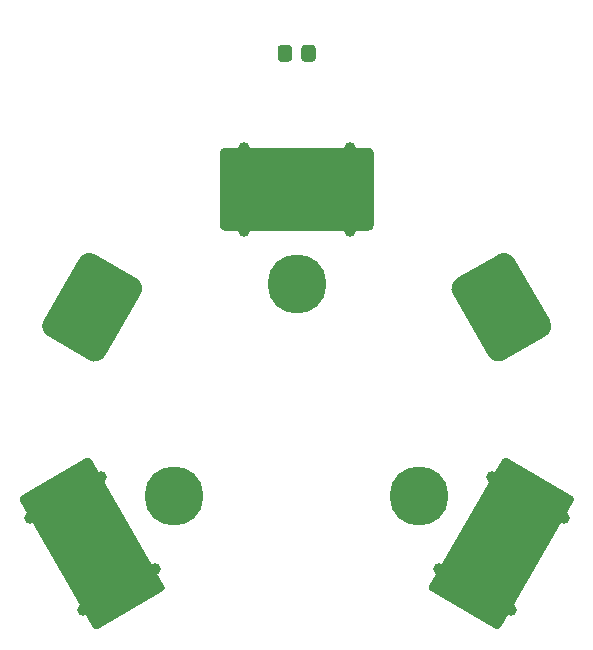
<source format=gts>
G04 #@! TF.GenerationSoftware,KiCad,Pcbnew,5.1.9+dfsg1-1+deb11u1*
G04 #@! TF.CreationDate,2024-03-01T00:12:53+09:00*
G04 #@! TF.ProjectId,inner,696e6e65-722e-46b6-9963-61645f706362,rev?*
G04 #@! TF.SameCoordinates,Original*
G04 #@! TF.FileFunction,Soldermask,Top*
G04 #@! TF.FilePolarity,Negative*
%FSLAX46Y46*%
G04 Gerber Fmt 4.6, Leading zero omitted, Abs format (unit mm)*
G04 Created by KiCad (PCBNEW 5.1.9+dfsg1-1+deb11u1) date 2024-03-01 00:12:53*
%MOMM*%
%LPD*%
G01*
G04 APERTURE LIST*
%ADD10C,1.000000*%
%ADD11C,5.000000*%
G04 APERTURE END LIST*
D10*
X172088457Y-98598076D03*
X175552559Y-96598076D03*
X169088457Y-93401924D03*
X172552559Y-91401924D03*
G36*
G01*
X168590189Y-92534899D02*
X172050827Y-90536899D01*
G75*
G02*
X173419584Y-90903656I501000J-867757D01*
G01*
X176417584Y-96096344D01*
G75*
G02*
X176050827Y-97465101I-867757J-501000D01*
G01*
X172590189Y-99463101D01*
G75*
G02*
X171221432Y-99096344I-501000J867757D01*
G01*
X168223432Y-93903656D01*
G75*
G02*
X168590189Y-92534899I867757J501000D01*
G01*
G37*
X140911543Y-93401924D03*
X137447441Y-91401924D03*
X137911543Y-98598076D03*
X134447441Y-96598076D03*
G36*
G01*
X137409811Y-99463101D02*
X133949173Y-97465101D01*
G75*
G02*
X133582416Y-96096344I501000J867757D01*
G01*
X136580416Y-90903656D01*
G75*
G02*
X137949173Y-90536899I867757J-501000D01*
G01*
X141409811Y-92534899D01*
G75*
G02*
X141776568Y-93903656I-501000J-867757D01*
G01*
X138778568Y-99096344D01*
G75*
G02*
X137409811Y-99463101I-867757J501000D01*
G01*
G37*
X159500000Y-88500000D03*
X150500000Y-88500000D03*
X159500000Y-81500000D03*
X150500000Y-81500000D03*
G36*
G01*
X148500000Y-88150000D02*
X148500000Y-81850000D01*
G75*
G02*
X148850000Y-81500000I350000J0D01*
G01*
X161150000Y-81500000D01*
G75*
G02*
X161500000Y-81850000I0J-350000D01*
G01*
X161500000Y-88150000D01*
G75*
G02*
X161150000Y-88500000I-350000J0D01*
G01*
X148850000Y-88500000D01*
G75*
G02*
X148500000Y-88150000I0J350000D01*
G01*
G37*
D11*
X155000000Y-93000000D03*
D10*
X167039419Y-117147114D03*
X171539419Y-109352886D03*
X173101597Y-120647114D03*
X177601597Y-112852886D03*
G36*
G01*
X172842528Y-107795835D02*
X178298488Y-110945835D01*
G75*
G02*
X178426597Y-111423944I-175000J-303109D01*
G01*
X172276597Y-122076056D01*
G75*
G02*
X171798488Y-122204165I-303109J175000D01*
G01*
X166342528Y-119054165D01*
G75*
G02*
X166214419Y-118576056I175000J303109D01*
G01*
X172364419Y-107923944D01*
G75*
G02*
X172842528Y-107795835I303109J-175000D01*
G01*
G37*
D11*
X165392305Y-111000000D03*
D10*
X138460581Y-109352886D03*
X142960581Y-117147114D03*
X132398403Y-112852886D03*
X136898403Y-120647114D03*
G36*
G01*
X143657472Y-119054165D02*
X138201512Y-122204165D01*
G75*
G02*
X137723403Y-122076056I-175000J303109D01*
G01*
X131573403Y-111423944D01*
G75*
G02*
X131701512Y-110945835I303109J175000D01*
G01*
X137157472Y-107795835D01*
G75*
G02*
X137635581Y-107923944I175000J-303109D01*
G01*
X143785581Y-118576056D01*
G75*
G02*
X143657472Y-119054165I-303109J-175000D01*
G01*
G37*
D11*
X144607695Y-111000000D03*
G36*
G01*
X156600000Y-73049999D02*
X156600000Y-73950001D01*
G75*
G02*
X156350001Y-74200000I-249999J0D01*
G01*
X155649999Y-74200000D01*
G75*
G02*
X155400000Y-73950001I0J249999D01*
G01*
X155400000Y-73049999D01*
G75*
G02*
X155649999Y-72800000I249999J0D01*
G01*
X156350001Y-72800000D01*
G75*
G02*
X156600000Y-73049999I0J-249999D01*
G01*
G37*
G36*
G01*
X154600000Y-73049999D02*
X154600000Y-73950001D01*
G75*
G02*
X154350001Y-74200000I-249999J0D01*
G01*
X153649999Y-74200000D01*
G75*
G02*
X153400000Y-73950001I0J249999D01*
G01*
X153400000Y-73049999D01*
G75*
G02*
X153649999Y-72800000I249999J0D01*
G01*
X154350001Y-72800000D01*
G75*
G02*
X154600000Y-73049999I0J-249999D01*
G01*
G37*
M02*

</source>
